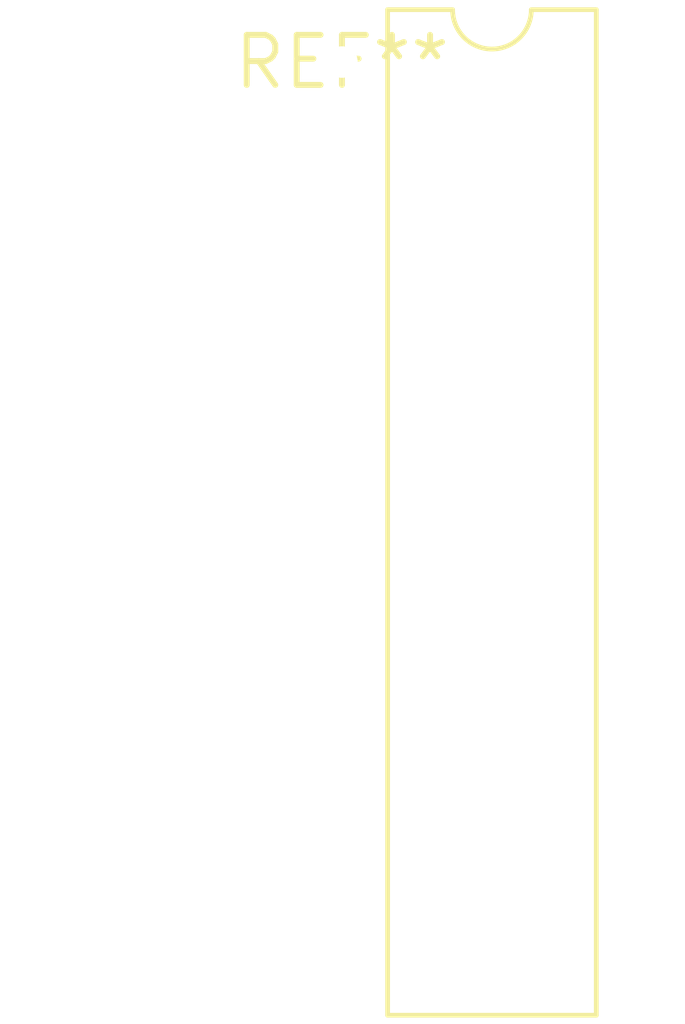
<source format=kicad_pcb>
(kicad_pcb (version 20240108) (generator pcbnew)
  (layers (0 "F.Cu" signal) (31 "B.Cu" signal) (34 "B.Paste" user) (35 "F.Paste" user) (36 "B.SilkS" user "B.Silkscreen") (37 "F.SilkS" user "F.Silkscreen") (38 "B.Mask" user) (39 "F.Mask" user) (44 "Edge.Cuts" user))
  (net 0 "")
  (footprint "DIP-20_W7.62mm" (layer "F.Cu") (at 0 0)
    (property "Reference" "REF**")
    (property "Value" "DIP-20_W7.62mm")
    (fp_line (start 1.16 -1.33) (end 1.16 24.19) (layer "F.SilkS") (stroke (width 0.12)))
    (fp_line (start 1.16 24.19) (end 6.46 24.19) (layer "F.SilkS") (stroke (width 0.12)))
    (fp_line (start 2.81 -1.33) (end 1.16 -1.33) (layer "F.SilkS") (stroke (width 0.12)))
    (fp_line (start 6.46 -1.33) (end 4.81 -1.33) (layer "F.SilkS") (stroke (width 0.12)))
    (fp_line (start 6.46 24.19) (end 6.46 -1.33) (layer "F.SilkS") (stroke (width 0.12)))
    (fp_arc (start 4.81 -1.33) (mid 3.81 -0.33) (end 2.81 -1.33) (layer "F.SilkS") (stroke (width 0.12)))
    (pad "1" thru_hole rect (at 0 0) (size 1.6 1.6) (drill 0.8) (layers *.Cu *.Mask) (remove_unused_layers))
    (pad "2" thru_hole oval (at 0 2.54) (size 1.6 1.6) (drill 0.8) (layers *.Cu *.Mask) (remove_unused_layers))
    (pad "3" thru_hole oval (at 0 5.08) (size 1.6 1.6) (drill 0.8) (layers *.Cu *.Mask) (remove_unused_layers))
    (pad "4" thru_hole oval (at 0 7.62) (size 1.6 1.6) (drill 0.8) (layers *.Cu *.Mask) (remove_unused_layers))
    (pad "5" thru_hole oval (at 0 10.16) (size 1.6 1.6) (drill 0.8) (layers *.Cu *.Mask) (remove_unused_layers))
    (pad "6" thru_hole oval (at 0 12.7) (size 1.6 1.6) (drill 0.8) (layers *.Cu *.Mask) (remove_unused_layers))
    (pad "7" thru_hole oval (at 0 15.24) (size 1.6 1.6) (drill 0.8) (layers *.Cu *.Mask) (remove_unused_layers))
    (pad "8" thru_hole oval (at 0 17.78) (size 1.6 1.6) (drill 0.8) (layers *.Cu *.Mask) (remove_unused_layers))
    (pad "9" thru_hole oval (at 0 20.32) (size 1.6 1.6) (drill 0.8) (layers *.Cu *.Mask) (remove_unused_layers))
    (pad "10" thru_hole oval (at 0 22.86) (size 1.6 1.6) (drill 0.8) (layers *.Cu *.Mask) (remove_unused_layers))
    (pad "11" thru_hole oval (at 7.62 22.86) (size 1.6 1.6) (drill 0.8) (layers *.Cu *.Mask) (remove_unused_layers))
    (pad "12" thru_hole oval (at 7.62 20.32) (size 1.6 1.6) (drill 0.8) (layers *.Cu *.Mask) (remove_unused_layers))
    (pad "13" thru_hole oval (at 7.62 17.78) (size 1.6 1.6) (drill 0.8) (layers *.Cu *.Mask) (remove_unused_layers))
    (pad "14" thru_hole oval (at 7.62 15.24) (size 1.6 1.6) (drill 0.8) (layers *.Cu *.Mask) (remove_unused_layers))
    (pad "15" thru_hole oval (at 7.62 12.7) (size 1.6 1.6) (drill 0.8) (layers *.Cu *.Mask) (remove_unused_layers))
    (pad "16" thru_hole oval (at 7.62 10.16) (size 1.6 1.6) (drill 0.8) (layers *.Cu *.Mask) (remove_unused_layers))
    (pad "17" thru_hole oval (at 7.62 7.62) (size 1.6 1.6) (drill 0.8) (layers *.Cu *.Mask) (remove_unused_layers))
    (pad "18" thru_hole oval (at 7.62 5.08) (size 1.6 1.6) (drill 0.8) (layers *.Cu *.Mask) (remove_unused_layers))
    (pad "19" thru_hole oval (at 7.62 2.54) (size 1.6 1.6) (drill 0.8) (layers *.Cu *.Mask) (remove_unused_layers))
    (pad "20" thru_hole oval (at 7.62 0) (size 1.6 1.6) (drill 0.8) (layers *.Cu *.Mask) (remove_unused_layers))
  )
)
</source>
